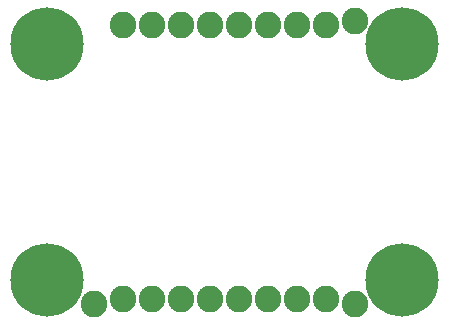
<source format=gts>
%TF.GenerationSoftware,KiCad,Pcbnew,9.0.0*%
%TF.CreationDate,2025-04-24T20:31:47+01:00*%
%TF.ProjectId,rp2040_pogo_mh_0.2,72703230-3430-45f7-906f-676f5f6d685f,v0.2*%
%TF.SameCoordinates,Original*%
%TF.FileFunction,Soldermask,Top*%
%TF.FilePolarity,Negative*%
%FSLAX45Y45*%
G04 Gerber Fmt 4.5, Leading zero omitted, Abs format (unit mm)*
G04 Created by KiCad (PCBNEW 9.0.0) date 2025-04-24 20:31:47*
%MOMM*%
%LPD*%
G01*
G04 APERTURE LIST*
%ADD10C,2.254000*%
%ADD11C,6.200000*%
G04 APERTURE END LIST*
D10*
%TO.C,J8*%
X614999Y-1160513D03*
%TD*%
%TO.C,J10*%
X1103999Y-1199513D03*
%TD*%
D11*
%TO.C,MH3*%
X-1500000Y-1000000D03*
%TD*%
D10*
%TO.C,J4*%
X-369001Y-1160513D03*
%TD*%
%TO.C,J11*%
X-860945Y1160663D03*
%TD*%
%TO.C,J5*%
X-123001Y-1160513D03*
%TD*%
%TO.C,J6*%
X122999Y-1160513D03*
%TD*%
%TO.C,J12*%
X-614945Y1160663D03*
%TD*%
%TO.C,J16*%
X369055Y1160663D03*
%TD*%
%TO.C,J15*%
X123055Y1160663D03*
%TD*%
%TO.C,J17*%
X615055Y1160663D03*
%TD*%
%TO.C,J3*%
X-615001Y-1160513D03*
%TD*%
%TO.C,J7*%
X368999Y-1160513D03*
%TD*%
%TO.C,J19*%
X1104055Y1199663D03*
%TD*%
%TO.C,J2*%
X-861001Y-1160513D03*
%TD*%
%TO.C,J1*%
X-1104001Y-1199513D03*
%TD*%
%TO.C,J14*%
X-122945Y1160663D03*
%TD*%
%TO.C,J9*%
X860999Y-1160513D03*
%TD*%
D11*
%TO.C,MH1*%
X-1500000Y1000001D03*
%TD*%
%TO.C,MH2*%
X1500001Y1000002D03*
%TD*%
%TO.C,MH4*%
X1500001Y-999999D03*
%TD*%
D10*
%TO.C,J18*%
X861055Y1160663D03*
%TD*%
%TO.C,J13*%
X-368945Y1160663D03*
%TD*%
M02*

</source>
